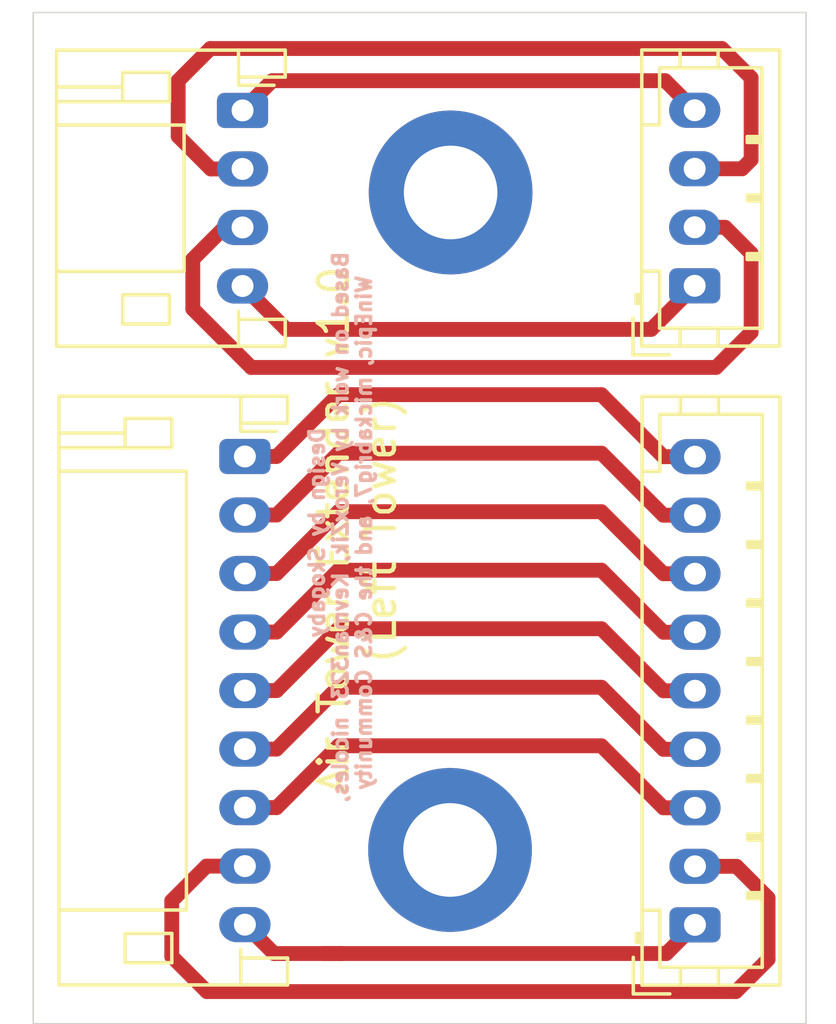
<source format=kicad_pcb>
(kicad_pcb (version 20171130) (host pcbnew "(5.1.9)-1")

  (general
    (thickness 1.6)
    (drawings 6)
    (tracks 76)
    (zones 0)
    (modules 6)
    (nets 14)
  )

  (page A4)
  (layers
    (0 F.Cu signal)
    (31 B.Cu signal)
    (32 B.Adhes user)
    (33 F.Adhes user)
    (34 B.Paste user)
    (35 F.Paste user)
    (36 B.SilkS user)
    (37 F.SilkS user)
    (38 B.Mask user)
    (39 F.Mask user)
    (40 Dwgs.User user)
    (41 Cmts.User user)
    (42 Eco1.User user)
    (43 Eco2.User user)
    (44 Edge.Cuts user)
    (45 Margin user)
    (46 B.CrtYd user)
    (47 F.CrtYd user)
    (48 B.Fab user)
    (49 F.Fab user)
  )

  (setup
    (last_trace_width 0.25)
    (user_trace_width 0.508)
    (trace_clearance 0.2)
    (zone_clearance 0.508)
    (zone_45_only no)
    (trace_min 0.2)
    (via_size 0.8)
    (via_drill 0.4)
    (via_min_size 0.4)
    (via_min_drill 0.3)
    (uvia_size 0.3)
    (uvia_drill 0.1)
    (uvias_allowed no)
    (uvia_min_size 0.2)
    (uvia_min_drill 0.1)
    (edge_width 0.05)
    (segment_width 0.2)
    (pcb_text_width 0.3)
    (pcb_text_size 1.5 1.5)
    (mod_edge_width 0.12)
    (mod_text_size 1 1)
    (mod_text_width 0.15)
    (pad_size 1.524 1.524)
    (pad_drill 0.762)
    (pad_to_mask_clearance 0)
    (aux_axis_origin 0 0)
    (visible_elements 7FFFFFFF)
    (pcbplotparams
      (layerselection 0x010fc_ffffffff)
      (usegerberextensions false)
      (usegerberattributes true)
      (usegerberadvancedattributes true)
      (creategerberjobfile true)
      (excludeedgelayer true)
      (linewidth 0.100000)
      (plotframeref false)
      (viasonmask false)
      (mode 1)
      (useauxorigin false)
      (hpglpennumber 1)
      (hpglpenspeed 20)
      (hpglpendiameter 15.000000)
      (psnegative false)
      (psa4output false)
      (plotreference true)
      (plotvalue true)
      (plotinvisibletext false)
      (padsonsilk false)
      (subtractmaskfromsilk false)
      (outputformat 1)
      (mirror false)
      (drillshape 0)
      (scaleselection 1)
      (outputdirectory "gerbers/"))
  )

  (net 0 "")
  (net 1 "Net-(J1-Pad4)")
  (net 2 "Net-(J1-Pad3)")
  (net 3 "Net-(J1-Pad2)")
  (net 4 "Net-(J1-Pad1)")
  (net 5 "Net-(J3-Pad8)")
  (net 6 "Net-(J3-Pad7)")
  (net 7 "Net-(J3-Pad6)")
  (net 8 "Net-(J3-Pad5)")
  (net 9 "Net-(J3-Pad4)")
  (net 10 "Net-(J3-Pad3)")
  (net 11 "Net-(J3-Pad2)")
  (net 12 "Net-(J3-Pad1)")
  (net 13 "Net-(J3-Pad9)")

  (net_class Default "This is the default net class."
    (clearance 0.2)
    (trace_width 0.25)
    (via_dia 0.8)
    (via_drill 0.4)
    (uvia_dia 0.3)
    (uvia_drill 0.1)
    (add_net "Net-(J1-Pad1)")
    (add_net "Net-(J1-Pad2)")
    (add_net "Net-(J1-Pad3)")
    (add_net "Net-(J1-Pad4)")
    (add_net "Net-(J3-Pad1)")
    (add_net "Net-(J3-Pad2)")
    (add_net "Net-(J3-Pad3)")
    (add_net "Net-(J3-Pad4)")
    (add_net "Net-(J3-Pad5)")
    (add_net "Net-(J3-Pad6)")
    (add_net "Net-(J3-Pad7)")
    (add_net "Net-(J3-Pad8)")
    (add_net "Net-(J3-Pad9)")
  )

  (module Connector_JST:JST_PH_B9B-PH-K_1x09_P2.00mm_Vertical (layer F.Cu) (tedit 5B7745C2) (tstamp 60431777)
    (at 82.2 75.12 90)
    (descr "JST PH series connector, B9B-PH-K (http://www.jst-mfg.com/product/pdf/eng/ePH.pdf), generated with kicad-footprint-generator")
    (tags "connector JST PH side entry")
    (path /604266B7)
    (fp_text reference J4 (at 8 -2.9 90) (layer F.SilkS) hide
      (effects (font (size 1 1) (thickness 0.15)))
    )
    (fp_text value Conn_01x09_Male (at 8 4 90) (layer F.Fab)
      (effects (font (size 1 1) (thickness 0.15)))
    )
    (fp_line (start 18.45 -2.2) (end -2.45 -2.2) (layer F.CrtYd) (width 0.05))
    (fp_line (start 18.45 3.3) (end 18.45 -2.2) (layer F.CrtYd) (width 0.05))
    (fp_line (start -2.45 3.3) (end 18.45 3.3) (layer F.CrtYd) (width 0.05))
    (fp_line (start -2.45 -2.2) (end -2.45 3.3) (layer F.CrtYd) (width 0.05))
    (fp_line (start 17.95 -1.7) (end -1.95 -1.7) (layer F.Fab) (width 0.1))
    (fp_line (start 17.95 2.8) (end 17.95 -1.7) (layer F.Fab) (width 0.1))
    (fp_line (start -1.95 2.8) (end 17.95 2.8) (layer F.Fab) (width 0.1))
    (fp_line (start -1.95 -1.7) (end -1.95 2.8) (layer F.Fab) (width 0.1))
    (fp_line (start -2.36 -2.11) (end -2.36 -0.86) (layer F.Fab) (width 0.1))
    (fp_line (start -1.11 -2.11) (end -2.36 -2.11) (layer F.Fab) (width 0.1))
    (fp_line (start -2.36 -2.11) (end -2.36 -0.86) (layer F.SilkS) (width 0.12))
    (fp_line (start -1.11 -2.11) (end -2.36 -2.11) (layer F.SilkS) (width 0.12))
    (fp_line (start 15 2.3) (end 15 1.8) (layer F.SilkS) (width 0.12))
    (fp_line (start 15.1 1.8) (end 15.1 2.3) (layer F.SilkS) (width 0.12))
    (fp_line (start 14.9 1.8) (end 15.1 1.8) (layer F.SilkS) (width 0.12))
    (fp_line (start 14.9 2.3) (end 14.9 1.8) (layer F.SilkS) (width 0.12))
    (fp_line (start 13 2.3) (end 13 1.8) (layer F.SilkS) (width 0.12))
    (fp_line (start 13.1 1.8) (end 13.1 2.3) (layer F.SilkS) (width 0.12))
    (fp_line (start 12.9 1.8) (end 13.1 1.8) (layer F.SilkS) (width 0.12))
    (fp_line (start 12.9 2.3) (end 12.9 1.8) (layer F.SilkS) (width 0.12))
    (fp_line (start 11 2.3) (end 11 1.8) (layer F.SilkS) (width 0.12))
    (fp_line (start 11.1 1.8) (end 11.1 2.3) (layer F.SilkS) (width 0.12))
    (fp_line (start 10.9 1.8) (end 11.1 1.8) (layer F.SilkS) (width 0.12))
    (fp_line (start 10.9 2.3) (end 10.9 1.8) (layer F.SilkS) (width 0.12))
    (fp_line (start 9 2.3) (end 9 1.8) (layer F.SilkS) (width 0.12))
    (fp_line (start 9.1 1.8) (end 9.1 2.3) (layer F.SilkS) (width 0.12))
    (fp_line (start 8.9 1.8) (end 9.1 1.8) (layer F.SilkS) (width 0.12))
    (fp_line (start 8.9 2.3) (end 8.9 1.8) (layer F.SilkS) (width 0.12))
    (fp_line (start 7 2.3) (end 7 1.8) (layer F.SilkS) (width 0.12))
    (fp_line (start 7.1 1.8) (end 7.1 2.3) (layer F.SilkS) (width 0.12))
    (fp_line (start 6.9 1.8) (end 7.1 1.8) (layer F.SilkS) (width 0.12))
    (fp_line (start 6.9 2.3) (end 6.9 1.8) (layer F.SilkS) (width 0.12))
    (fp_line (start 5 2.3) (end 5 1.8) (layer F.SilkS) (width 0.12))
    (fp_line (start 5.1 1.8) (end 5.1 2.3) (layer F.SilkS) (width 0.12))
    (fp_line (start 4.9 1.8) (end 5.1 1.8) (layer F.SilkS) (width 0.12))
    (fp_line (start 4.9 2.3) (end 4.9 1.8) (layer F.SilkS) (width 0.12))
    (fp_line (start 3 2.3) (end 3 1.8) (layer F.SilkS) (width 0.12))
    (fp_line (start 3.1 1.8) (end 3.1 2.3) (layer F.SilkS) (width 0.12))
    (fp_line (start 2.9 1.8) (end 3.1 1.8) (layer F.SilkS) (width 0.12))
    (fp_line (start 2.9 2.3) (end 2.9 1.8) (layer F.SilkS) (width 0.12))
    (fp_line (start 1 2.3) (end 1 1.8) (layer F.SilkS) (width 0.12))
    (fp_line (start 1.1 1.8) (end 1.1 2.3) (layer F.SilkS) (width 0.12))
    (fp_line (start 0.9 1.8) (end 1.1 1.8) (layer F.SilkS) (width 0.12))
    (fp_line (start 0.9 2.3) (end 0.9 1.8) (layer F.SilkS) (width 0.12))
    (fp_line (start 18.06 0.8) (end 17.45 0.8) (layer F.SilkS) (width 0.12))
    (fp_line (start 18.06 -0.5) (end 17.45 -0.5) (layer F.SilkS) (width 0.12))
    (fp_line (start -2.06 0.8) (end -1.45 0.8) (layer F.SilkS) (width 0.12))
    (fp_line (start -2.06 -0.5) (end -1.45 -0.5) (layer F.SilkS) (width 0.12))
    (fp_line (start 15.5 -1.2) (end 15.5 -1.81) (layer F.SilkS) (width 0.12))
    (fp_line (start 17.45 -1.2) (end 15.5 -1.2) (layer F.SilkS) (width 0.12))
    (fp_line (start 17.45 2.3) (end 17.45 -1.2) (layer F.SilkS) (width 0.12))
    (fp_line (start -1.45 2.3) (end 17.45 2.3) (layer F.SilkS) (width 0.12))
    (fp_line (start -1.45 -1.2) (end -1.45 2.3) (layer F.SilkS) (width 0.12))
    (fp_line (start 0.5 -1.2) (end -1.45 -1.2) (layer F.SilkS) (width 0.12))
    (fp_line (start 0.5 -1.81) (end 0.5 -1.2) (layer F.SilkS) (width 0.12))
    (fp_line (start -0.3 -1.91) (end -0.6 -1.91) (layer F.SilkS) (width 0.12))
    (fp_line (start -0.6 -2.01) (end -0.6 -1.81) (layer F.SilkS) (width 0.12))
    (fp_line (start -0.3 -2.01) (end -0.6 -2.01) (layer F.SilkS) (width 0.12))
    (fp_line (start -0.3 -1.81) (end -0.3 -2.01) (layer F.SilkS) (width 0.12))
    (fp_line (start 18.06 -1.81) (end -2.06 -1.81) (layer F.SilkS) (width 0.12))
    (fp_line (start 18.06 2.91) (end 18.06 -1.81) (layer F.SilkS) (width 0.12))
    (fp_line (start -2.06 2.91) (end 18.06 2.91) (layer F.SilkS) (width 0.12))
    (fp_line (start -2.06 -1.81) (end -2.06 2.91) (layer F.SilkS) (width 0.12))
    (fp_text user %R (at 8 1.5 90) (layer F.Fab)
      (effects (font (size 1 1) (thickness 0.15)))
    )
    (pad 9 thru_hole oval (at 16 0 90) (size 1.2 1.75) (drill 0.75) (layers *.Cu *.Mask)
      (net 12 "Net-(J3-Pad1)"))
    (pad 8 thru_hole oval (at 14 0 90) (size 1.2 1.75) (drill 0.75) (layers *.Cu *.Mask)
      (net 11 "Net-(J3-Pad2)"))
    (pad 7 thru_hole oval (at 12 0 90) (size 1.2 1.75) (drill 0.75) (layers *.Cu *.Mask)
      (net 10 "Net-(J3-Pad3)"))
    (pad 6 thru_hole oval (at 10 0 90) (size 1.2 1.75) (drill 0.75) (layers *.Cu *.Mask)
      (net 9 "Net-(J3-Pad4)"))
    (pad 5 thru_hole oval (at 8 0 90) (size 1.2 1.75) (drill 0.75) (layers *.Cu *.Mask)
      (net 8 "Net-(J3-Pad5)"))
    (pad 4 thru_hole oval (at 6 0 90) (size 1.2 1.75) (drill 0.75) (layers *.Cu *.Mask)
      (net 7 "Net-(J3-Pad6)"))
    (pad 3 thru_hole oval (at 4 0 90) (size 1.2 1.75) (drill 0.75) (layers *.Cu *.Mask)
      (net 6 "Net-(J3-Pad7)"))
    (pad 2 thru_hole oval (at 2 0 90) (size 1.2 1.75) (drill 0.75) (layers *.Cu *.Mask)
      (net 5 "Net-(J3-Pad8)"))
    (pad 1 thru_hole roundrect (at 0 0 90) (size 1.2 1.75) (drill 0.75) (layers *.Cu *.Mask) (roundrect_rratio 0.2083325)
      (net 13 "Net-(J3-Pad9)"))
    (model ${KISYS3DMOD}/Connector_JST.3dshapes/JST_PH_B9B-PH-K_1x09_P2.00mm_Vertical.wrl
      (at (xyz 0 0 0))
      (scale (xyz 1 1 1))
      (rotate (xyz 0 0 0))
    )
  )

  (module Connector_JST:JST_PH_B4B-PH-K_1x04_P2.00mm_Vertical (layer F.Cu) (tedit 5B7745C2) (tstamp 60430E9E)
    (at 82.19 53.28 90)
    (descr "JST PH series connector, B4B-PH-K (http://www.jst-mfg.com/product/pdf/eng/ePH.pdf), generated with kicad-footprint-generator")
    (tags "connector JST PH side entry")
    (path /6042AB66)
    (fp_text reference J2 (at 3 -2.9 90) (layer F.SilkS) hide
      (effects (font (size 1 1) (thickness 0.15)))
    )
    (fp_text value Conn_01x04_Male (at 3 4 90) (layer F.Fab)
      (effects (font (size 1 1) (thickness 0.15)))
    )
    (fp_line (start 8.45 -2.2) (end -2.45 -2.2) (layer F.CrtYd) (width 0.05))
    (fp_line (start 8.45 3.3) (end 8.45 -2.2) (layer F.CrtYd) (width 0.05))
    (fp_line (start -2.45 3.3) (end 8.45 3.3) (layer F.CrtYd) (width 0.05))
    (fp_line (start -2.45 -2.2) (end -2.45 3.3) (layer F.CrtYd) (width 0.05))
    (fp_line (start 7.95 -1.7) (end -1.95 -1.7) (layer F.Fab) (width 0.1))
    (fp_line (start 7.95 2.8) (end 7.95 -1.7) (layer F.Fab) (width 0.1))
    (fp_line (start -1.95 2.8) (end 7.95 2.8) (layer F.Fab) (width 0.1))
    (fp_line (start -1.95 -1.7) (end -1.95 2.8) (layer F.Fab) (width 0.1))
    (fp_line (start -2.36 -2.11) (end -2.36 -0.86) (layer F.Fab) (width 0.1))
    (fp_line (start -1.11 -2.11) (end -2.36 -2.11) (layer F.Fab) (width 0.1))
    (fp_line (start -2.36 -2.11) (end -2.36 -0.86) (layer F.SilkS) (width 0.12))
    (fp_line (start -1.11 -2.11) (end -2.36 -2.11) (layer F.SilkS) (width 0.12))
    (fp_line (start 5 2.3) (end 5 1.8) (layer F.SilkS) (width 0.12))
    (fp_line (start 5.1 1.8) (end 5.1 2.3) (layer F.SilkS) (width 0.12))
    (fp_line (start 4.9 1.8) (end 5.1 1.8) (layer F.SilkS) (width 0.12))
    (fp_line (start 4.9 2.3) (end 4.9 1.8) (layer F.SilkS) (width 0.12))
    (fp_line (start 3 2.3) (end 3 1.8) (layer F.SilkS) (width 0.12))
    (fp_line (start 3.1 1.8) (end 3.1 2.3) (layer F.SilkS) (width 0.12))
    (fp_line (start 2.9 1.8) (end 3.1 1.8) (layer F.SilkS) (width 0.12))
    (fp_line (start 2.9 2.3) (end 2.9 1.8) (layer F.SilkS) (width 0.12))
    (fp_line (start 1 2.3) (end 1 1.8) (layer F.SilkS) (width 0.12))
    (fp_line (start 1.1 1.8) (end 1.1 2.3) (layer F.SilkS) (width 0.12))
    (fp_line (start 0.9 1.8) (end 1.1 1.8) (layer F.SilkS) (width 0.12))
    (fp_line (start 0.9 2.3) (end 0.9 1.8) (layer F.SilkS) (width 0.12))
    (fp_line (start 8.06 0.8) (end 7.45 0.8) (layer F.SilkS) (width 0.12))
    (fp_line (start 8.06 -0.5) (end 7.45 -0.5) (layer F.SilkS) (width 0.12))
    (fp_line (start -2.06 0.8) (end -1.45 0.8) (layer F.SilkS) (width 0.12))
    (fp_line (start -2.06 -0.5) (end -1.45 -0.5) (layer F.SilkS) (width 0.12))
    (fp_line (start 5.5 -1.2) (end 5.5 -1.81) (layer F.SilkS) (width 0.12))
    (fp_line (start 7.45 -1.2) (end 5.5 -1.2) (layer F.SilkS) (width 0.12))
    (fp_line (start 7.45 2.3) (end 7.45 -1.2) (layer F.SilkS) (width 0.12))
    (fp_line (start -1.45 2.3) (end 7.45 2.3) (layer F.SilkS) (width 0.12))
    (fp_line (start -1.45 -1.2) (end -1.45 2.3) (layer F.SilkS) (width 0.12))
    (fp_line (start 0.5 -1.2) (end -1.45 -1.2) (layer F.SilkS) (width 0.12))
    (fp_line (start 0.5 -1.81) (end 0.5 -1.2) (layer F.SilkS) (width 0.12))
    (fp_line (start -0.3 -1.91) (end -0.6 -1.91) (layer F.SilkS) (width 0.12))
    (fp_line (start -0.6 -2.01) (end -0.6 -1.81) (layer F.SilkS) (width 0.12))
    (fp_line (start -0.3 -2.01) (end -0.6 -2.01) (layer F.SilkS) (width 0.12))
    (fp_line (start -0.3 -1.81) (end -0.3 -2.01) (layer F.SilkS) (width 0.12))
    (fp_line (start 8.06 -1.81) (end -2.06 -1.81) (layer F.SilkS) (width 0.12))
    (fp_line (start 8.06 2.91) (end 8.06 -1.81) (layer F.SilkS) (width 0.12))
    (fp_line (start -2.06 2.91) (end 8.06 2.91) (layer F.SilkS) (width 0.12))
    (fp_line (start -2.06 -1.81) (end -2.06 2.91) (layer F.SilkS) (width 0.12))
    (fp_text user %R (at 3 1.5 90) (layer F.Fab)
      (effects (font (size 1 1) (thickness 0.15)))
    )
    (pad 4 thru_hole oval (at 6 0 90) (size 1.2 1.75) (drill 0.75) (layers *.Cu *.Mask)
      (net 4 "Net-(J1-Pad1)"))
    (pad 3 thru_hole oval (at 4 0 90) (size 1.2 1.75) (drill 0.75) (layers *.Cu *.Mask)
      (net 3 "Net-(J1-Pad2)"))
    (pad 2 thru_hole oval (at 2 0 90) (size 1.2 1.75) (drill 0.75) (layers *.Cu *.Mask)
      (net 2 "Net-(J1-Pad3)"))
    (pad 1 thru_hole roundrect (at 0 0 90) (size 1.2 1.75) (drill 0.75) (layers *.Cu *.Mask) (roundrect_rratio 0.2083325)
      (net 1 "Net-(J1-Pad4)"))
    (model ${KISYS3DMOD}/Connector_JST.3dshapes/JST_PH_B4B-PH-K_1x04_P2.00mm_Vertical.wrl
      (at (xyz 0 0 0))
      (scale (xyz 1 1 1))
      (rotate (xyz 0 0 0))
    )
  )

  (module MountingHole:MountingHole_3.2mm_M3_DIN965_Pad (layer F.Cu) (tedit 56D1B4CB) (tstamp 6043260D)
    (at 73.82 72.56)
    (descr "Mounting Hole 3.2mm, M3, DIN965")
    (tags "mounting hole 3.2mm m3 din965")
    (path /6043F0F9)
    (attr virtual)
    (fp_text reference H2 (at 0 -3.8) (layer F.SilkS) hide
      (effects (font (size 1 1) (thickness 0.15)))
    )
    (fp_text value MountingHole (at 0 3.8) (layer F.Fab)
      (effects (font (size 1 1) (thickness 0.15)))
    )
    (fp_circle (center 0 0) (end 2.8 0) (layer Cmts.User) (width 0.15))
    (fp_circle (center 0 0) (end 3.05 0) (layer F.CrtYd) (width 0.05))
    (fp_text user %R (at 0.3 0) (layer F.Fab)
      (effects (font (size 1 1) (thickness 0.15)))
    )
    (pad 1 thru_hole circle (at 0 0) (size 5.6 5.6) (drill 3.2) (layers *.Cu *.Mask))
  )

  (module MountingHole:MountingHole_3.2mm_M3_DIN965_Pad (layer F.Cu) (tedit 56D1B4CB) (tstamp 60432432)
    (at 73.84 50.09)
    (descr "Mounting Hole 3.2mm, M3, DIN965")
    (tags "mounting hole 3.2mm m3 din965")
    (path /6043F2C7)
    (attr virtual)
    (fp_text reference H1 (at 0 -3.8) (layer F.SilkS) hide
      (effects (font (size 1 1) (thickness 0.15)))
    )
    (fp_text value MountingHole (at 0 3.8) (layer F.Fab)
      (effects (font (size 1 1) (thickness 0.15)))
    )
    (fp_circle (center 0 0) (end 2.8 0) (layer Cmts.User) (width 0.15))
    (fp_circle (center 0 0) (end 3.05 0) (layer F.CrtYd) (width 0.05))
    (fp_text user %R (at 0.3 0) (layer F.Fab)
      (effects (font (size 1 1) (thickness 0.15)))
    )
    (pad 1 thru_hole circle (at 0 0) (size 5.6 5.6) (drill 3.2) (layers *.Cu *.Mask))
  )

  (module Connector_JST:JST_PH_S9B-PH-K_1x09_P2.00mm_Horizontal (layer F.Cu) (tedit 5B7745C6) (tstamp 60430ED4)
    (at 66.802 59.113 270)
    (descr "JST PH series connector, S9B-PH-K (http://www.jst-mfg.com/product/pdf/eng/ePH.pdf), generated with kicad-footprint-generator")
    (tags "connector JST PH top entry")
    (path /6042780D)
    (fp_text reference J3 (at 8 -2.55 90) (layer F.SilkS) hide
      (effects (font (size 1 1) (thickness 0.15)))
    )
    (fp_text value Conn_01x09_Male (at 8 7.45 90) (layer F.Fab)
      (effects (font (size 1 1) (thickness 0.15)))
    )
    (fp_line (start -0.86 0.14) (end -1.14 0.14) (layer F.SilkS) (width 0.12))
    (fp_line (start -1.14 0.14) (end -1.14 -1.46) (layer F.SilkS) (width 0.12))
    (fp_line (start -1.14 -1.46) (end -2.06 -1.46) (layer F.SilkS) (width 0.12))
    (fp_line (start -2.06 -1.46) (end -2.06 6.36) (layer F.SilkS) (width 0.12))
    (fp_line (start -2.06 6.36) (end 18.06 6.36) (layer F.SilkS) (width 0.12))
    (fp_line (start 18.06 6.36) (end 18.06 -1.46) (layer F.SilkS) (width 0.12))
    (fp_line (start 18.06 -1.46) (end 17.14 -1.46) (layer F.SilkS) (width 0.12))
    (fp_line (start 17.14 -1.46) (end 17.14 0.14) (layer F.SilkS) (width 0.12))
    (fp_line (start 17.14 0.14) (end 16.86 0.14) (layer F.SilkS) (width 0.12))
    (fp_line (start 0.5 6.36) (end 0.5 2) (layer F.SilkS) (width 0.12))
    (fp_line (start 0.5 2) (end 15.5 2) (layer F.SilkS) (width 0.12))
    (fp_line (start 15.5 2) (end 15.5 6.36) (layer F.SilkS) (width 0.12))
    (fp_line (start -2.06 0.14) (end -1.14 0.14) (layer F.SilkS) (width 0.12))
    (fp_line (start 18.06 0.14) (end 17.14 0.14) (layer F.SilkS) (width 0.12))
    (fp_line (start -1.3 2.5) (end -1.3 4.1) (layer F.SilkS) (width 0.12))
    (fp_line (start -1.3 4.1) (end -0.3 4.1) (layer F.SilkS) (width 0.12))
    (fp_line (start -0.3 4.1) (end -0.3 2.5) (layer F.SilkS) (width 0.12))
    (fp_line (start -0.3 2.5) (end -1.3 2.5) (layer F.SilkS) (width 0.12))
    (fp_line (start 17.3 2.5) (end 17.3 4.1) (layer F.SilkS) (width 0.12))
    (fp_line (start 17.3 4.1) (end 16.3 4.1) (layer F.SilkS) (width 0.12))
    (fp_line (start 16.3 4.1) (end 16.3 2.5) (layer F.SilkS) (width 0.12))
    (fp_line (start 16.3 2.5) (end 17.3 2.5) (layer F.SilkS) (width 0.12))
    (fp_line (start -0.3 4.1) (end -0.3 6.36) (layer F.SilkS) (width 0.12))
    (fp_line (start -0.8 4.1) (end -0.8 6.36) (layer F.SilkS) (width 0.12))
    (fp_line (start -2.45 -1.85) (end -2.45 6.75) (layer F.CrtYd) (width 0.05))
    (fp_line (start -2.45 6.75) (end 18.45 6.75) (layer F.CrtYd) (width 0.05))
    (fp_line (start 18.45 6.75) (end 18.45 -1.85) (layer F.CrtYd) (width 0.05))
    (fp_line (start 18.45 -1.85) (end -2.45 -1.85) (layer F.CrtYd) (width 0.05))
    (fp_line (start -1.25 0.25) (end -1.25 -1.35) (layer F.Fab) (width 0.1))
    (fp_line (start -1.25 -1.35) (end -1.95 -1.35) (layer F.Fab) (width 0.1))
    (fp_line (start -1.95 -1.35) (end -1.95 6.25) (layer F.Fab) (width 0.1))
    (fp_line (start -1.95 6.25) (end 17.95 6.25) (layer F.Fab) (width 0.1))
    (fp_line (start 17.95 6.25) (end 17.95 -1.35) (layer F.Fab) (width 0.1))
    (fp_line (start 17.95 -1.35) (end 17.25 -1.35) (layer F.Fab) (width 0.1))
    (fp_line (start 17.25 -1.35) (end 17.25 0.25) (layer F.Fab) (width 0.1))
    (fp_line (start 17.25 0.25) (end -1.25 0.25) (layer F.Fab) (width 0.1))
    (fp_line (start -0.86 0.14) (end -0.86 -1.075) (layer F.SilkS) (width 0.12))
    (fp_line (start 0 0.875) (end -0.5 1.375) (layer F.Fab) (width 0.1))
    (fp_line (start -0.5 1.375) (end 0.5 1.375) (layer F.Fab) (width 0.1))
    (fp_line (start 0.5 1.375) (end 0 0.875) (layer F.Fab) (width 0.1))
    (fp_text user %R (at 8 2.5 90) (layer F.Fab)
      (effects (font (size 1 1) (thickness 0.15)))
    )
    (pad 9 thru_hole oval (at 16 0 270) (size 1.2 1.75) (drill 0.75) (layers *.Cu *.Mask)
      (net 13 "Net-(J3-Pad9)"))
    (pad 8 thru_hole oval (at 14 0 270) (size 1.2 1.75) (drill 0.75) (layers *.Cu *.Mask)
      (net 5 "Net-(J3-Pad8)"))
    (pad 7 thru_hole oval (at 12 0 270) (size 1.2 1.75) (drill 0.75) (layers *.Cu *.Mask)
      (net 6 "Net-(J3-Pad7)"))
    (pad 6 thru_hole oval (at 10 0 270) (size 1.2 1.75) (drill 0.75) (layers *.Cu *.Mask)
      (net 7 "Net-(J3-Pad6)"))
    (pad 5 thru_hole oval (at 8 0 270) (size 1.2 1.75) (drill 0.75) (layers *.Cu *.Mask)
      (net 8 "Net-(J3-Pad5)"))
    (pad 4 thru_hole oval (at 6 0 270) (size 1.2 1.75) (drill 0.75) (layers *.Cu *.Mask)
      (net 9 "Net-(J3-Pad4)"))
    (pad 3 thru_hole oval (at 4 0 270) (size 1.2 1.75) (drill 0.75) (layers *.Cu *.Mask)
      (net 10 "Net-(J3-Pad3)"))
    (pad 2 thru_hole oval (at 2 0 270) (size 1.2 1.75) (drill 0.75) (layers *.Cu *.Mask)
      (net 11 "Net-(J3-Pad2)"))
    (pad 1 thru_hole roundrect (at 0 0 270) (size 1.2 1.75) (drill 0.75) (layers *.Cu *.Mask) (roundrect_rratio 0.2083325)
      (net 12 "Net-(J3-Pad1)"))
    (model ${KISYS3DMOD}/Connector_JST.3dshapes/JST_PH_S9B-PH-K_1x09_P2.00mm_Horizontal.wrl
      (at (xyz 0 0 0))
      (scale (xyz 1 1 1))
      (rotate (xyz 0 0 0))
    )
  )

  (module Connector_JST:JST_PH_S4B-PH-K_1x04_P2.00mm_Horizontal (layer F.Cu) (tedit 5B7745C6) (tstamp 60430E6D)
    (at 66.722 47.286 270)
    (descr "JST PH series connector, S4B-PH-K (http://www.jst-mfg.com/product/pdf/eng/ePH.pdf), generated with kicad-footprint-generator")
    (tags "connector JST PH top entry")
    (path /6042C953)
    (fp_text reference J1 (at 3 -2.55 90) (layer F.SilkS) hide
      (effects (font (size 1 1) (thickness 0.15)))
    )
    (fp_text value Conn_01x04_Male (at 3 7.45 90) (layer F.Fab)
      (effects (font (size 1 1) (thickness 0.15)))
    )
    (fp_line (start -0.86 0.14) (end -1.14 0.14) (layer F.SilkS) (width 0.12))
    (fp_line (start -1.14 0.14) (end -1.14 -1.46) (layer F.SilkS) (width 0.12))
    (fp_line (start -1.14 -1.46) (end -2.06 -1.46) (layer F.SilkS) (width 0.12))
    (fp_line (start -2.06 -1.46) (end -2.06 6.36) (layer F.SilkS) (width 0.12))
    (fp_line (start -2.06 6.36) (end 8.06 6.36) (layer F.SilkS) (width 0.12))
    (fp_line (start 8.06 6.36) (end 8.06 -1.46) (layer F.SilkS) (width 0.12))
    (fp_line (start 8.06 -1.46) (end 7.14 -1.46) (layer F.SilkS) (width 0.12))
    (fp_line (start 7.14 -1.46) (end 7.14 0.14) (layer F.SilkS) (width 0.12))
    (fp_line (start 7.14 0.14) (end 6.86 0.14) (layer F.SilkS) (width 0.12))
    (fp_line (start 0.5 6.36) (end 0.5 2) (layer F.SilkS) (width 0.12))
    (fp_line (start 0.5 2) (end 5.5 2) (layer F.SilkS) (width 0.12))
    (fp_line (start 5.5 2) (end 5.5 6.36) (layer F.SilkS) (width 0.12))
    (fp_line (start -2.06 0.14) (end -1.14 0.14) (layer F.SilkS) (width 0.12))
    (fp_line (start 8.06 0.14) (end 7.14 0.14) (layer F.SilkS) (width 0.12))
    (fp_line (start -1.3 2.5) (end -1.3 4.1) (layer F.SilkS) (width 0.12))
    (fp_line (start -1.3 4.1) (end -0.3 4.1) (layer F.SilkS) (width 0.12))
    (fp_line (start -0.3 4.1) (end -0.3 2.5) (layer F.SilkS) (width 0.12))
    (fp_line (start -0.3 2.5) (end -1.3 2.5) (layer F.SilkS) (width 0.12))
    (fp_line (start 7.3 2.5) (end 7.3 4.1) (layer F.SilkS) (width 0.12))
    (fp_line (start 7.3 4.1) (end 6.3 4.1) (layer F.SilkS) (width 0.12))
    (fp_line (start 6.3 4.1) (end 6.3 2.5) (layer F.SilkS) (width 0.12))
    (fp_line (start 6.3 2.5) (end 7.3 2.5) (layer F.SilkS) (width 0.12))
    (fp_line (start -0.3 4.1) (end -0.3 6.36) (layer F.SilkS) (width 0.12))
    (fp_line (start -0.8 4.1) (end -0.8 6.36) (layer F.SilkS) (width 0.12))
    (fp_line (start -2.45 -1.85) (end -2.45 6.75) (layer F.CrtYd) (width 0.05))
    (fp_line (start -2.45 6.75) (end 8.45 6.75) (layer F.CrtYd) (width 0.05))
    (fp_line (start 8.45 6.75) (end 8.45 -1.85) (layer F.CrtYd) (width 0.05))
    (fp_line (start 8.45 -1.85) (end -2.45 -1.85) (layer F.CrtYd) (width 0.05))
    (fp_line (start -1.25 0.25) (end -1.25 -1.35) (layer F.Fab) (width 0.1))
    (fp_line (start -1.25 -1.35) (end -1.95 -1.35) (layer F.Fab) (width 0.1))
    (fp_line (start -1.95 -1.35) (end -1.95 6.25) (layer F.Fab) (width 0.1))
    (fp_line (start -1.95 6.25) (end 7.95 6.25) (layer F.Fab) (width 0.1))
    (fp_line (start 7.95 6.25) (end 7.95 -1.35) (layer F.Fab) (width 0.1))
    (fp_line (start 7.95 -1.35) (end 7.25 -1.35) (layer F.Fab) (width 0.1))
    (fp_line (start 7.25 -1.35) (end 7.25 0.25) (layer F.Fab) (width 0.1))
    (fp_line (start 7.25 0.25) (end -1.25 0.25) (layer F.Fab) (width 0.1))
    (fp_line (start -0.86 0.14) (end -0.86 -1.075) (layer F.SilkS) (width 0.12))
    (fp_line (start 0 0.875) (end -0.5 1.375) (layer F.Fab) (width 0.1))
    (fp_line (start -0.5 1.375) (end 0.5 1.375) (layer F.Fab) (width 0.1))
    (fp_line (start 0.5 1.375) (end 0 0.875) (layer F.Fab) (width 0.1))
    (fp_text user %R (at 3 2.5 90) (layer F.Fab)
      (effects (font (size 1 1) (thickness 0.15)))
    )
    (pad 4 thru_hole oval (at 6 0 270) (size 1.2 1.75) (drill 0.75) (layers *.Cu *.Mask)
      (net 1 "Net-(J1-Pad4)"))
    (pad 3 thru_hole oval (at 4 0 270) (size 1.2 1.75) (drill 0.75) (layers *.Cu *.Mask)
      (net 2 "Net-(J1-Pad3)"))
    (pad 2 thru_hole oval (at 2 0 270) (size 1.2 1.75) (drill 0.75) (layers *.Cu *.Mask)
      (net 3 "Net-(J1-Pad2)"))
    (pad 1 thru_hole roundrect (at 0 0 270) (size 1.2 1.75) (drill 0.75) (layers *.Cu *.Mask) (roundrect_rratio 0.2083325)
      (net 4 "Net-(J1-Pad1)"))
    (model ${KISYS3DMOD}/Connector_JST.3dshapes/JST_PH_S4B-PH-K_1x04_P2.00mm_Horizontal.wrl
      (at (xyz 0 0 0))
      (scale (xyz 1 1 1))
      (rotate (xyz 0 0 0))
    )
  )

  (gr_text "Design by Skogaby\nBased on work by VeroxZik, Kevman323, nicoles, \nWinEpic, mickabrig7, and the C&S Community" (at 70.07 61.72 90) (layer B.SilkS)
    (effects (font (size 0.5 0.5) (thickness 0.125)) (justify mirror))
  )
  (gr_text "Air Tower Extender v1.0\n(Left Tower)" (at 70.64 61.63 90) (layer F.SilkS) (tstamp 604518BA)
    (effects (font (size 1 1) (thickness 0.15)))
  )
  (gr_line (start 59.56 78.5) (end 59.56 43.94) (layer Edge.Cuts) (width 0.05) (tstamp 6043181A))
  (gr_line (start 86 78.5) (end 59.56 78.5) (layer Edge.Cuts) (width 0.05))
  (gr_line (start 86 43.94) (end 86 78.5) (layer Edge.Cuts) (width 0.05))
  (gr_line (start 59.56 43.94) (end 86 43.94) (layer Edge.Cuts) (width 0.05))

  (segment (start 66.722 53.286) (end 66.736 53.286) (width 0.508) (layer F.Cu) (net 1))
  (segment (start 66.736 53.286) (end 68.22 54.77) (width 0.508) (layer F.Cu) (net 1))
  (segment (start 80.7 54.77) (end 82.19 53.28) (width 0.508) (layer F.Cu) (net 1))
  (segment (start 68.22 54.77) (end 80.7 54.77) (width 0.508) (layer F.Cu) (net 1))
  (segment (start 83.23 51.28) (end 82.19 51.28) (width 0.508) (layer F.Cu) (net 2))
  (segment (start 84.12 52.17) (end 83.23 51.28) (width 0.508) (layer F.Cu) (net 2))
  (segment (start 82.92 56.07) (end 84.12 54.87) (width 0.508) (layer F.Cu) (net 2))
  (segment (start 67.02 56.07) (end 82.92 56.07) (width 0.508) (layer F.Cu) (net 2))
  (segment (start 65.02 54.07) (end 67.02 56.07) (width 0.508) (layer F.Cu) (net 2))
  (segment (start 65.02 52.37) (end 65.02 54.07) (width 0.508) (layer F.Cu) (net 2))
  (segment (start 66.104 51.286) (end 65.02 52.37) (width 0.508) (layer F.Cu) (net 2))
  (segment (start 84.12 54.87) (end 84.12 52.17) (width 0.508) (layer F.Cu) (net 2))
  (segment (start 66.722 51.286) (end 66.104 51.286) (width 0.508) (layer F.Cu) (net 2))
  (segment (start 83.81 49.28) (end 82.19 49.28) (width 0.508) (layer F.Cu) (net 3))
  (segment (start 84.12 48.97) (end 83.81 49.28) (width 0.508) (layer F.Cu) (net 3))
  (segment (start 65.62 45.17) (end 83.12 45.17) (width 0.508) (layer F.Cu) (net 3))
  (segment (start 64.52 46.27) (end 65.62 45.17) (width 0.508) (layer F.Cu) (net 3))
  (segment (start 84.12 46.17) (end 84.12 48.97) (width 0.508) (layer F.Cu) (net 3))
  (segment (start 64.52 48.17) (end 64.52 46.27) (width 0.508) (layer F.Cu) (net 3))
  (segment (start 83.12 45.17) (end 84.12 46.17) (width 0.508) (layer F.Cu) (net 3))
  (segment (start 65.636 49.286) (end 64.52 48.17) (width 0.508) (layer F.Cu) (net 3))
  (segment (start 66.722 49.286) (end 65.636 49.286) (width 0.508) (layer F.Cu) (net 3))
  (segment (start 66.722 47.286) (end 67.738 46.27) (width 0.508) (layer F.Cu) (net 4))
  (segment (start 81.18 46.27) (end 82.19 47.28) (width 0.508) (layer F.Cu) (net 4))
  (segment (start 67.738 46.27) (end 81.18 46.27) (width 0.508) (layer F.Cu) (net 4))
  (segment (start 84.7 76.3) (end 84.7 74.2) (width 0.508) (layer F.Cu) (net 5))
  (segment (start 83.6 77.4) (end 84.7 76.3) (width 0.508) (layer F.Cu) (net 5))
  (segment (start 83.62 73.12) (end 82.2 73.12) (width 0.508) (layer F.Cu) (net 5))
  (segment (start 65.5 77.4) (end 83.6 77.4) (width 0.508) (layer F.Cu) (net 5))
  (segment (start 64.3 76.2) (end 65.5 77.4) (width 0.508) (layer F.Cu) (net 5))
  (segment (start 64.3 74.3) (end 64.3 76.2) (width 0.508) (layer F.Cu) (net 5))
  (segment (start 84.7 74.2) (end 83.62 73.12) (width 0.508) (layer F.Cu) (net 5))
  (segment (start 65.487 73.113) (end 64.3 74.3) (width 0.508) (layer F.Cu) (net 5))
  (segment (start 66.802 73.113) (end 65.487 73.113) (width 0.508) (layer F.Cu) (net 5))
  (segment (start 66.802 71.113) (end 67.887 71.113) (width 0.508) (layer F.Cu) (net 6))
  (segment (start 67.887 71.113) (end 70 69) (width 0.508) (layer F.Cu) (net 6))
  (segment (start 70 69) (end 79 69) (width 0.508) (layer F.Cu) (net 6))
  (segment (start 81.12 71.12) (end 82.2 71.12) (width 0.508) (layer F.Cu) (net 6))
  (segment (start 79 69) (end 81.12 71.12) (width 0.508) (layer F.Cu) (net 6))
  (segment (start 67.887 69.113) (end 70 67) (width 0.508) (layer F.Cu) (net 7) (tstamp 6046EB26))
  (segment (start 66.802 69.113) (end 67.887 69.113) (width 0.508) (layer F.Cu) (net 7) (tstamp 6046EB27))
  (segment (start 79 67) (end 81.12 69.12) (width 0.508) (layer F.Cu) (net 7) (tstamp 6046EB28))
  (segment (start 81.12 69.12) (end 82.2 69.12) (width 0.508) (layer F.Cu) (net 7) (tstamp 6046EB29))
  (segment (start 70 67) (end 79 67) (width 0.508) (layer F.Cu) (net 7) (tstamp 6046EB2A))
  (segment (start 67.887 67.113) (end 70 65) (width 0.508) (layer F.Cu) (net 8) (tstamp 6046EB26))
  (segment (start 66.802 67.113) (end 67.887 67.113) (width 0.508) (layer F.Cu) (net 8) (tstamp 6046EB27))
  (segment (start 79 65) (end 81.12 67.12) (width 0.508) (layer F.Cu) (net 8) (tstamp 6046EB28))
  (segment (start 81.12 67.12) (end 82.2 67.12) (width 0.508) (layer F.Cu) (net 8) (tstamp 6046EB29))
  (segment (start 70 65) (end 79 65) (width 0.508) (layer F.Cu) (net 8) (tstamp 6046EB2A))
  (segment (start 67.887 65.113) (end 70 63) (width 0.508) (layer F.Cu) (net 9) (tstamp 6046EB26))
  (segment (start 66.802 65.113) (end 67.887 65.113) (width 0.508) (layer F.Cu) (net 9) (tstamp 6046EB27))
  (segment (start 79 63) (end 81.12 65.12) (width 0.508) (layer F.Cu) (net 9) (tstamp 6046EB28))
  (segment (start 81.12 65.12) (end 82.2 65.12) (width 0.508) (layer F.Cu) (net 9) (tstamp 6046EB29))
  (segment (start 70 63) (end 79 63) (width 0.508) (layer F.Cu) (net 9) (tstamp 6046EB2A))
  (segment (start 67.887 63.113) (end 70 61) (width 0.508) (layer F.Cu) (net 10) (tstamp 6046EB26))
  (segment (start 66.802 63.113) (end 67.887 63.113) (width 0.508) (layer F.Cu) (net 10) (tstamp 6046EB27))
  (segment (start 79 61) (end 81.12 63.12) (width 0.508) (layer F.Cu) (net 10) (tstamp 6046EB28))
  (segment (start 81.12 63.12) (end 82.2 63.12) (width 0.508) (layer F.Cu) (net 10) (tstamp 6046EB29))
  (segment (start 70 61) (end 79 61) (width 0.508) (layer F.Cu) (net 10) (tstamp 6046EB2A))
  (segment (start 67.887 61.113) (end 70 59) (width 0.508) (layer F.Cu) (net 11) (tstamp 6046EB26))
  (segment (start 66.802 61.113) (end 67.887 61.113) (width 0.508) (layer F.Cu) (net 11) (tstamp 6046EB27))
  (segment (start 79 59) (end 81.12 61.12) (width 0.508) (layer F.Cu) (net 11) (tstamp 6046EB28))
  (segment (start 81.12 61.12) (end 82.2 61.12) (width 0.508) (layer F.Cu) (net 11) (tstamp 6046EB29))
  (segment (start 70 59) (end 79 59) (width 0.508) (layer F.Cu) (net 11) (tstamp 6046EB2A))
  (segment (start 67.887 59.113) (end 70 57) (width 0.508) (layer F.Cu) (net 12) (tstamp 6046EB26))
  (segment (start 66.802 59.113) (end 67.887 59.113) (width 0.508) (layer F.Cu) (net 12) (tstamp 6046EB27))
  (segment (start 79 57) (end 81.12 59.12) (width 0.508) (layer F.Cu) (net 12) (tstamp 6046EB28))
  (segment (start 81.12 59.12) (end 82.2 59.12) (width 0.508) (layer F.Cu) (net 12) (tstamp 6046EB29))
  (segment (start 70 57) (end 79 57) (width 0.508) (layer F.Cu) (net 12) (tstamp 6046EB2A))
  (segment (start 82.193 59.113) (end 82.2 59.12) (width 0.508) (layer F.Cu) (net 12))
  (segment (start 66.802 75.113) (end 66.813 75.113) (width 0.508) (layer F.Cu) (net 13))
  (segment (start 67.8 76.1) (end 70.1 76.1) (width 0.508) (layer F.Cu) (net 13))
  (segment (start 66.813 75.113) (end 67.8 76.1) (width 0.508) (layer F.Cu) (net 13))
  (segment (start 69.5 76.1) (end 70.1 76.1) (width 0.508) (layer F.Cu) (net 13))
  (segment (start 81.22 76.1) (end 82.2 75.12) (width 0.508) (layer F.Cu) (net 13))
  (segment (start 70.1 76.1) (end 81.22 76.1) (width 0.508) (layer F.Cu) (net 13))

)

</source>
